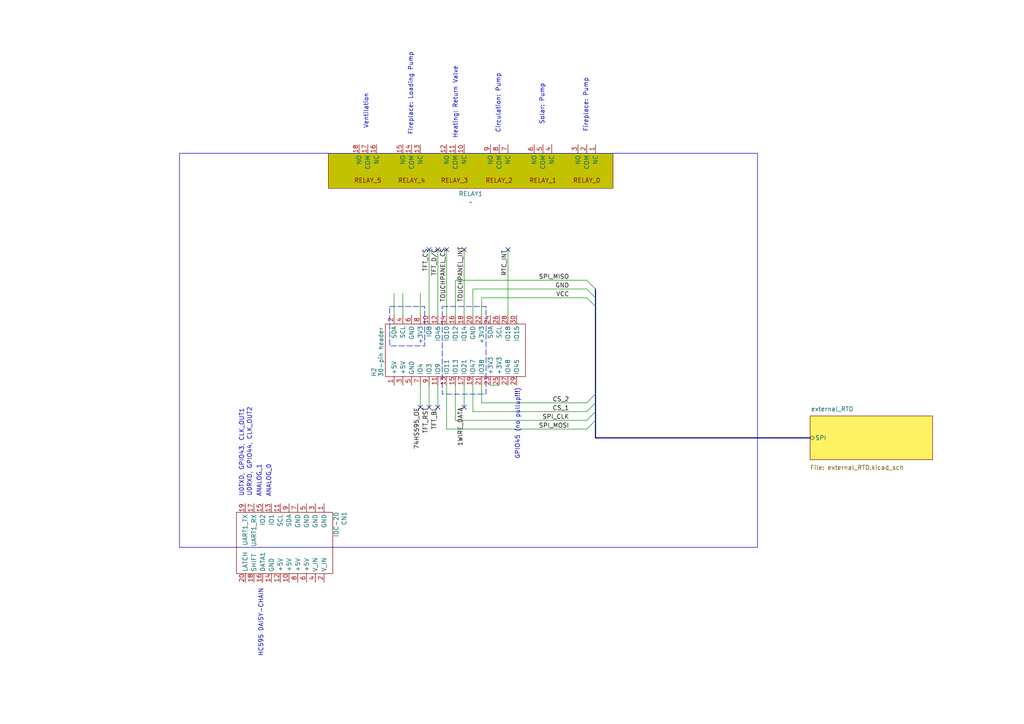
<source format=kicad_sch>
(kicad_sch (version 20250114) (generator "eeschema") (generator_version "9.0")
  (paper "A4")
  (lib_symbols
    (symbol "T-Relay6:T-Relay6-Relays"
      (property "Reference" "RELAY" (at 3.048 0 0))
      (symbol "T-Relay6-Relays_0_1"
        (rectangle (start 0 -1.27) (end 82.55 -11.43) (fill (type color) (color 194 194 0 1)))
      )
      (symbol "T-Relay6-Relays_1_1"
        (text "RELAY_5" (at 11.43 -9.144 0) (effects (font (size 1.27 1.27))))
        (text "RELAY_4" (at 24.13 -9.144 0) (effects (font (size 1.27 1.27))))
        (text "RELAY_3" (at 36.576 -9.144 0) (effects (font (size 1.27 1.27))))
        (text "RELAY_2" (at 49.53 -9.144 0) (effects (font (size 1.27 1.27))))
        (text "RELAY_1" (at 62.23 -9.144 0) (effects (font (size 1.27 1.27))))
        (text "RELAY_0" (at 74.93 -9.144 0) (effects (font (size 1.27 1.27))))
        (pin bidirectional line (at 8.89 1.27 270) (length 2.54) (name "NO") (number "18"))
        (pin bidirectional line (at 11.43 1.27 270) (length 2.54) (name "COM") (number "17"))
        (pin bidirectional line (at 13.97 1.27 270) (length 2.54) (name "NC") (number "16"))
        (pin bidirectional line (at 21.59 1.27 270) (length 2.54) (name "NO") (number "15"))
        (pin bidirectional line (at 24.13 1.27 270) (length 2.54) (name "COM") (number "14"))
        (pin bidirectional line (at 26.67 1.27 270) (length 2.54) (name "NC") (number "13"))
        (pin bidirectional line (at 34.29 1.27 270) (length 2.54) (name "NO") (number "12"))
        (pin bidirectional line (at 36.83 1.27 270) (length 2.54) (name "COM") (number "11"))
        (pin bidirectional line (at 39.37 1.27 270) (length 2.54) (name "NC") (number "10"))
        (pin bidirectional line (at 46.99 1.27 270) (length 2.54) (name "NO") (number "9"))
        (pin bidirectional line (at 49.53 1.27 270) (length 2.54) (name "COM") (number "8"))
        (pin bidirectional line (at 52.07 1.27 270) (length 2.54) (name "NC") (number "7"))
        (pin bidirectional line (at 59.69 1.27 270) (length 2.54) (name "NO") (number "6"))
        (pin bidirectional line (at 62.23 1.27 270) (length 2.54) (name "COM") (number "5"))
        (pin bidirectional line (at 64.77 1.27 270) (length 2.54) (name "NC") (number "4"))
        (pin bidirectional line (at 72.39 1.27 270) (length 2.54) (name "NO") (number "3"))
        (pin bidirectional line (at 74.93 1.27 270) (length 2.54) (name "COM") (number "2"))
        (pin bidirectional line (at 77.47 1.27 270) (length 2.54) (name "NC") (number "1"))
      )
    )
    (symbol "T-Relay6:TRelay6-Expansion"
      (property "Reference" "H2" (at 1.016 1.524 0))
      (symbol "TRelay6-Expansion_0_1"
        (rectangle (start 0 0) (end 15.24 -40.64))
      )
      (symbol "TRelay6-Expansion_1_1"
        (pin bidirectional line (at -2.54 -2.54 0) (length 2.54) (name "+5V") (number "1"))
        (pin bidirectional line (at -2.54 -5.08 0) (length 2.54) (name "+5V") (number "3"))
        (pin bidirectional line (at -2.54 -7.62 0) (length 2.54) (name "GND") (number "5"))
        (pin bidirectional line (at -2.54 -10.16 0) (length 2.54) (name "IO4") (number "7"))
        (pin bidirectional line (at -2.54 -12.7 0) (length 2.54) (name "IO3") (number "9"))
        (pin bidirectional line (at -2.54 -15.24 0) (length 2.54) (name "IO9") (number "11"))
        (pin bidirectional line (at -2.54 -17.78 0) (length 2.54) (name "IO11") (number "13"))
        (pin bidirectional line (at -2.54 -20.32 0) (length 2.54) (name "IO13") (number "15"))
        (pin bidirectional line (at -2.54 -22.86 0) (length 2.54) (name "IO21") (number "17"))
        (pin bidirectional line (at -2.54 -25.4 0) (length 2.54) (name "IO47") (number "19"))
        (pin bidirectional line (at -2.54 -27.94 0) (length 2.54) (name "IO38") (number "21"))
        (pin bidirectional line (at -2.54 -30.48 0) (length 2.54) (name "+3V3") (number "23"))
        (pin bidirectional line (at -2.54 -33.02 0) (length 2.54) (name "+3V3") (number "25"))
        (pin bidirectional line (at -2.54 -35.56 0) (length 2.54) (name "IO48") (number "27"))
        (pin bidirectional line (at -2.54 -38.1 0) (length 2.54) (name "IO45") (number "29"))
        (pin bidirectional line (at 17.78 -2.54 180) (length 2.54) (name "SDA") (number "2"))
        (pin bidirectional line (at 17.78 -5.08 180) (length 2.54) (name "SCL") (number "4"))
        (pin bidirectional line (at 17.78 -7.62 180) (length 2.54) (name "GND") (number "6"))
        (pin bidirectional line (at 17.78 -10.16 180) (length 2.54) (name "+3V3") (number "8"))
        (pin bidirectional line (at 17.78 -12.7 180) (length 2.54) (name "IO8") (number "10"))
        (pin bidirectional line (at 17.78 -15.24 180) (length 2.54) (name "IO46") (number "12"))
        (pin bidirectional line (at 17.78 -17.78 180) (length 2.54) (name "IO10") (number "14"))
        (pin bidirectional line (at 17.78 -20.32 180) (length 2.54) (name "IO12") (number "16"))
        (pin bidirectional line (at 17.78 -22.86 180) (length 2.54) (name "IO14") (number "18"))
        (pin bidirectional line (at 17.78 -25.4 180) (length 2.54) (name "GND") (number "20"))
        (pin bidirectional line (at 17.78 -27.94 180) (length 2.54) (name "+3V3") (number "22"))
        (pin bidirectional line (at 17.78 -30.48 180) (length 2.54) (name "SDA") (number "24"))
        (pin bidirectional line (at 17.78 -33.02 180) (length 2.54) (name "SCL") (number "26"))
        (pin bidirectional line (at 17.78 -35.56 180) (length 2.54) (name "IO18") (number "28"))
        (pin bidirectional line (at 17.78 -38.1 180) (length 2.54) (name "IO15") (number "30"))
      )
    )
    (symbol "T-Relay6:TRelay6-External"
      (property "Reference" "CN?" (at 1.524 1.524 0))
      (symbol "TRelay6-External_0_1"
        (rectangle (start 0 0) (end 17.78 -27.94))
      )
      (symbol "TRelay6-External_1_1"
        (pin bidirectional line (at -2.54 -2.54 0) (length 2.54) (name "GND") (number "1"))
        (pin bidirectional line (at -2.54 -5.08 0) (length 2.54) (name "GND") (number "3"))
        (pin bidirectional line (at -2.54 -7.62 0) (length 2.54) (name "GND") (number "5"))
        (pin bidirectional line (at -2.54 -10.16 0) (length 2.54) (name "GND") (number "7"))
        (pin bidirectional line (at -2.54 -12.7 0) (length 2.54) (name "SDA") (number "9"))
        (pin bidirectional line (at -2.54 -15.24 0) (length 2.54) (name "SCL") (number "11"))
        (pin bidirectional line (at -2.54 -17.78 0) (length 2.54) (name "IO1") (number "13"))
        (pin bidirectional line (at -2.54 -20.32 0) (length 2.54) (name "IO2") (number "15"))
        (pin bidirectional line (at -2.54 -22.86 0) (length 2.54) (name "UART1_RX") (number "17"))
        (pin bidirectional line (at -2.54 -25.4 0) (length 2.54) (name "UART1_TX") (number "19"))
        (pin bidirectional line (at 20.32 -2.54 180) (length 2.54) (name "V_IN") (number "2"))
        (pin bidirectional line (at 20.32 -5.08 180) (length 2.54) (name "V_IN") (number "4"))
        (pin bidirectional line (at 20.32 -7.62 180) (length 2.54) (name "+5V") (number "6"))
        (pin bidirectional line (at 20.32 -10.16 180) (length 2.54) (name "+5V") (number "8"))
        (pin bidirectional line (at 20.32 -12.7 180) (length 2.54) (name "+5V") (number "10"))
        (pin bidirectional line (at 20.32 -15.24 180) (length 2.54) (name "+5V") (number "12"))
        (pin bidirectional line (at 20.32 -17.78 180) (length 2.54) (name "GND") (number "14"))
        (pin bidirectional line (at 20.32 -20.32 180) (length 2.54) (name "DATA1") (number "16"))
        (pin bidirectional line (at 20.32 -22.86 180) (length 2.54) (name "SHIFT") (number "18"))
        (pin bidirectional line (at 20.32 -25.4 180) (length 2.54) (name "LATCH") (number "20"))
      )
    )
  )
  (rectangle (start 52.07 44.45) (end 219.71 158.75))
  (rectangle (start 140.97 114.3) (end 128.27 88.9) (stroke (width 0) (type dash)))
  (rectangle (start 113.03 100.33) (end 123.19 88.9) (stroke (width 0) (type dash)))
  (text "Heating: Return Valve" (at 132.08 29.718 90) (effects (font (size 1.27 1.27))))
  (text "U0TXD, GPIO43, CLK_OUT1" (at 70.104 131.318 90) (effects (font (size 1.27 1.27))))
  (text "Fireplace: Loading Pump" (at 119.126 27.178 90) (effects (font (size 1.27 1.27))))
  (text "U0RXD, GPIO44, CLK_OUT2" (at 72.39 131.064 90) (effects (font (size 1.27 1.27))))
  (text "ANALOG_0" (at 77.978 139.446 90) (effects (font (size 1.27 1.27))))
  (text "GPIO45 (no pullup!!!)" (at 150.114 122.936 90) (effects (font (size 1.27 1.27))))
  (text "Fireplace: Pump" (at 169.926 30.48 90) (effects (font (size 1.27 1.27))))
  (text "Ventilation" (at 106.172 32.258 90) (effects (font (size 1.27 1.27))))
  (text "Circulation: Pump" (at 144.526 29.972 90) (effects (font (size 1.27 1.27))))
  (text "HC595 DAISY-CHAIN" (at 75.692 180.594 90) (effects (font (size 1.27 1.27))))
  (text "ANALOG_1" (at 75.184 139.446 90) (effects (font (size 1.27 1.27))))
  (text "Solar: Pump" (at 157.226 30.226 90) (effects (font (size 1.27 1.27))))
  (no_connect (at 127 72.39))
  (no_connect (at 127 118.11))
  (no_connect (at 134.62 72.39))
  (no_connect (at 129.54 72.39))
  (no_connect (at 134.62 118.11))
  (no_connect (at 121.92 118.11))
  (no_connect (at 147.32 72.39))
  (no_connect (at 124.46 118.11))
  (no_connect (at 124.46 72.39))
  (bus_entry (at 170.18 86.36) (size 2.54 2.54))
  (bus_entry (at 172.72 114.3) (size -2.54 2.54))
  (bus_entry (at 172.72 121.92) (size -2.54 2.54))
  (bus_entry (at 170.18 81.28) (size 2.54 2.54))
  (bus_entry (at 170.18 83.82) (size 2.54 2.54))
  (bus_entry (at 172.72 119.38) (size -2.54 2.54))
  (bus_entry (at 170.18 119.38) (size 2.54 -2.54))
  (bus (pts (xy 172.72 116.84) (xy 172.72 114.3)))
  (wire (pts (xy 147.32 91.44) (xy 147.32 72.39)))
  (wire (pts (xy 124.46 118.11) (xy 124.46 111.76)))
  (bus (pts (xy 172.72 88.9) (xy 172.72 114.3)))
  (wire (pts (xy 129.54 91.44) (xy 129.54 72.39)))
  (wire (pts (xy 121.92 91.44) (xy 121.92 85.09)))
  (wire (pts (xy 170.18 86.36) (xy 139.7 86.36)))
  (wire (pts (xy 134.62 91.44) (xy 134.62 72.39)))
  (wire (pts (xy 132.08 111.76) (xy 132.08 121.92)))
  (bus (pts (xy 234.95 127) (xy 172.72 127)))
  (wire (pts (xy 137.16 111.76) (xy 137.16 119.38)))
  (bus (pts (xy 172.72 88.9) (xy 172.72 86.36)))
  (wire (pts (xy 124.46 91.44) (xy 124.46 72.39)))
  (bus (pts (xy 172.72 127) (xy 172.72 121.92)))
  (wire (pts (xy 170.18 124.46) (xy 129.54 124.46)))
  (wire (pts (xy 129.54 111.76) (xy 129.54 124.46)))
  (wire (pts (xy 114.3 91.44) (xy 114.3 85.09)))
  (wire (pts (xy 170.18 81.28) (xy 132.08 81.28)))
  (bus (pts (xy 172.72 86.36) (xy 172.72 83.82)))
  (bus (pts (xy 172.72 119.38) (xy 172.72 116.84)))
  (wire (pts (xy 127 91.44) (xy 127 72.39)))
  (wire (pts (xy 116.84 91.44) (xy 116.84 85.09)))
  (wire (pts (xy 170.18 116.84) (xy 139.7 116.84)))
  (wire (pts (xy 170.18 121.92) (xy 132.08 121.92)))
  (wire (pts (xy 170.18 119.38) (xy 137.16 119.38)))
  (bus (pts (xy 172.72 121.92) (xy 172.72 119.38)))
  (wire (pts (xy 139.7 116.84) (xy 139.7 111.76)))
  (wire (pts (xy 132.08 91.44) (xy 132.08 81.28)))
  (wire (pts (xy 134.62 118.11) (xy 134.62 111.76)))
  (wire (pts (xy 139.7 91.44) (xy 139.7 86.36)))
  (wire (pts (xy 127 118.11) (xy 127 111.76)))
  (wire (pts (xy 142.24 111.76) (xy 144.78 111.76)))
  (wire (pts (xy 121.92 118.11) (xy 121.92 111.76)))
  (wire (pts (xy 170.18 83.82) (xy 137.16 83.82)))
  (wire (pts (xy 137.16 91.44) (xy 137.16 83.82)))
  (label "TFT_BL" (at 127 118.11 270))
  (label "TOUCHPANEL_INT" (at 134.62 87.63 90))
  (label "TFT_D{slash}C" (at 127 80.01 90))
  (label "TOUCHPANEL_CS" (at 129.54 87.63 90))
  (label "GND" (at 165.1 83.82 180))
  (label "SPI_MOSI" (at 165.1 124.46 180))
  (label "TFT_RST" (at 124.46 118.11 270))
  (label "SPI_MISO" (at 165.1 81.28 180))
  (label "1WIRE_DATA" (at 134.62 118.11 270))
  (label "74HS595_OE" (at 121.92 118.11 270))
  (label "SPI_CLK" (at 165.1 121.92 180))
  (label "TFT_CS" (at 124.46 78.74 90))
  (label "RTC_INT" (at 147.32 80.01 90))
  (label "VCC" (at 165.1 86.36 180))
  (label "CS_2" (at 165.1 116.84 180))
  (label "CS_1" (at 165.1 119.38 180))
  (symbol (lib_id "T-Relay6:TRelay6-External") (at 96.52 148.59 270) (unit 1)
    (property "Reference" "CN1" (at 99.822 150.368 0))
    (property "Value" "IDC-20" (at 97.536 152.146 0))
  )
  (symbol (lib_id "T-Relay6:T-Relay6-Relays") (at 95.25 43.18 0) (unit 1)
    (property "Reference" "RELAY1" (at 136.525 56.2031 0))
    (property "Value" "~" (at 136.525 58.6274 0))
  )
  (symbol (lib_id "T-Relay6:TRelay6-Expansion") (at 111.76 109.22 90) (unit 1)
    (property "Reference" "H2" (at 108.458 107.95 0))
    (property "Value" "30-pin header" (at 110.49 102.108 0))
  )
  (sheet (at 234.95 120.65) (size 35.56 12.7) (stroke (width 0.1524)) (fill (color 255 242 100 1.0000))
    (property "Sheetname" "external_RTD" (at 235.204 119.38 0) (effects (justify left bottom)))
    (property "Sheetfile" "external_RTD.kicad_sch" (at 234.95 134.874 0) (effects (justify left top)))
    (pin "SPI" bidirectional (at 234.95 127 180))
  )
)
</source>
